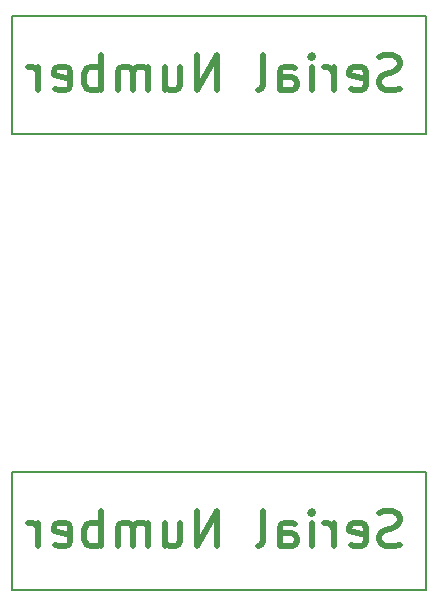
<source format=gbr>
G04 #@! TF.FileFunction,Legend,Bot*
%FSLAX46Y46*%
G04 Gerber Fmt 4.6, Leading zero omitted, Abs format (unit mm)*
G04 Created by KiCad (PCBNEW 4.0.6) date 09/30/17 10:47:32*
%MOMM*%
%LPD*%
G01*
G04 APERTURE LIST*
%ADD10C,0.100000*%
%ADD11C,0.200000*%
%ADD12C,0.500000*%
G04 APERTURE END LIST*
D10*
D11*
X126492000Y-130048000D02*
X161544000Y-130048000D01*
X161544000Y-130048000D02*
X161544000Y-120015000D01*
X161544000Y-120015000D02*
X126492000Y-120015000D01*
X126492000Y-120015000D02*
X126492000Y-130048000D01*
D12*
X159335429Y-126182286D02*
X158906858Y-126325143D01*
X158192572Y-126325143D01*
X157906858Y-126182286D01*
X157764001Y-126039429D01*
X157621144Y-125753714D01*
X157621144Y-125468000D01*
X157764001Y-125182286D01*
X157906858Y-125039429D01*
X158192572Y-124896571D01*
X158764001Y-124753714D01*
X159049715Y-124610857D01*
X159192572Y-124468000D01*
X159335429Y-124182286D01*
X159335429Y-123896571D01*
X159192572Y-123610857D01*
X159049715Y-123468000D01*
X158764001Y-123325143D01*
X158049715Y-123325143D01*
X157621144Y-123468000D01*
X155192572Y-126182286D02*
X155478286Y-126325143D01*
X156049715Y-126325143D01*
X156335429Y-126182286D01*
X156478286Y-125896571D01*
X156478286Y-124753714D01*
X156335429Y-124468000D01*
X156049715Y-124325143D01*
X155478286Y-124325143D01*
X155192572Y-124468000D01*
X155049715Y-124753714D01*
X155049715Y-125039429D01*
X156478286Y-125325143D01*
X153764000Y-126325143D02*
X153764000Y-124325143D01*
X153764000Y-124896571D02*
X153621143Y-124610857D01*
X153478286Y-124468000D01*
X153192572Y-124325143D01*
X152906857Y-124325143D01*
X151906857Y-126325143D02*
X151906857Y-124325143D01*
X151906857Y-123325143D02*
X152049714Y-123468000D01*
X151906857Y-123610857D01*
X151764000Y-123468000D01*
X151906857Y-123325143D01*
X151906857Y-123610857D01*
X149192572Y-126325143D02*
X149192572Y-124753714D01*
X149335429Y-124468000D01*
X149621143Y-124325143D01*
X150192572Y-124325143D01*
X150478286Y-124468000D01*
X149192572Y-126182286D02*
X149478286Y-126325143D01*
X150192572Y-126325143D01*
X150478286Y-126182286D01*
X150621143Y-125896571D01*
X150621143Y-125610857D01*
X150478286Y-125325143D01*
X150192572Y-125182286D01*
X149478286Y-125182286D01*
X149192572Y-125039429D01*
X147335429Y-126325143D02*
X147621143Y-126182286D01*
X147764000Y-125896571D01*
X147764000Y-123325143D01*
X143906857Y-126325143D02*
X143906857Y-123325143D01*
X142192572Y-126325143D01*
X142192572Y-123325143D01*
X139478286Y-124325143D02*
X139478286Y-126325143D01*
X140764000Y-124325143D02*
X140764000Y-125896571D01*
X140621143Y-126182286D01*
X140335429Y-126325143D01*
X139906857Y-126325143D01*
X139621143Y-126182286D01*
X139478286Y-126039429D01*
X138049714Y-126325143D02*
X138049714Y-124325143D01*
X138049714Y-124610857D02*
X137906857Y-124468000D01*
X137621143Y-124325143D01*
X137192571Y-124325143D01*
X136906857Y-124468000D01*
X136764000Y-124753714D01*
X136764000Y-126325143D01*
X136764000Y-124753714D02*
X136621143Y-124468000D01*
X136335429Y-124325143D01*
X135906857Y-124325143D01*
X135621143Y-124468000D01*
X135478286Y-124753714D01*
X135478286Y-126325143D01*
X134049714Y-126325143D02*
X134049714Y-123325143D01*
X134049714Y-124468000D02*
X133764000Y-124325143D01*
X133192571Y-124325143D01*
X132906857Y-124468000D01*
X132764000Y-124610857D01*
X132621143Y-124896571D01*
X132621143Y-125753714D01*
X132764000Y-126039429D01*
X132906857Y-126182286D01*
X133192571Y-126325143D01*
X133764000Y-126325143D01*
X134049714Y-126182286D01*
X130192571Y-126182286D02*
X130478285Y-126325143D01*
X131049714Y-126325143D01*
X131335428Y-126182286D01*
X131478285Y-125896571D01*
X131478285Y-124753714D01*
X131335428Y-124468000D01*
X131049714Y-124325143D01*
X130478285Y-124325143D01*
X130192571Y-124468000D01*
X130049714Y-124753714D01*
X130049714Y-125039429D01*
X131478285Y-125325143D01*
X128763999Y-126325143D02*
X128763999Y-124325143D01*
X128763999Y-124896571D02*
X128621142Y-124610857D01*
X128478285Y-124468000D01*
X128192571Y-124325143D01*
X127906856Y-124325143D01*
X159335429Y-87574286D02*
X158906858Y-87717143D01*
X158192572Y-87717143D01*
X157906858Y-87574286D01*
X157764001Y-87431429D01*
X157621144Y-87145714D01*
X157621144Y-86860000D01*
X157764001Y-86574286D01*
X157906858Y-86431429D01*
X158192572Y-86288571D01*
X158764001Y-86145714D01*
X159049715Y-86002857D01*
X159192572Y-85860000D01*
X159335429Y-85574286D01*
X159335429Y-85288571D01*
X159192572Y-85002857D01*
X159049715Y-84860000D01*
X158764001Y-84717143D01*
X158049715Y-84717143D01*
X157621144Y-84860000D01*
X155192572Y-87574286D02*
X155478286Y-87717143D01*
X156049715Y-87717143D01*
X156335429Y-87574286D01*
X156478286Y-87288571D01*
X156478286Y-86145714D01*
X156335429Y-85860000D01*
X156049715Y-85717143D01*
X155478286Y-85717143D01*
X155192572Y-85860000D01*
X155049715Y-86145714D01*
X155049715Y-86431429D01*
X156478286Y-86717143D01*
X153764000Y-87717143D02*
X153764000Y-85717143D01*
X153764000Y-86288571D02*
X153621143Y-86002857D01*
X153478286Y-85860000D01*
X153192572Y-85717143D01*
X152906857Y-85717143D01*
X151906857Y-87717143D02*
X151906857Y-85717143D01*
X151906857Y-84717143D02*
X152049714Y-84860000D01*
X151906857Y-85002857D01*
X151764000Y-84860000D01*
X151906857Y-84717143D01*
X151906857Y-85002857D01*
X149192572Y-87717143D02*
X149192572Y-86145714D01*
X149335429Y-85860000D01*
X149621143Y-85717143D01*
X150192572Y-85717143D01*
X150478286Y-85860000D01*
X149192572Y-87574286D02*
X149478286Y-87717143D01*
X150192572Y-87717143D01*
X150478286Y-87574286D01*
X150621143Y-87288571D01*
X150621143Y-87002857D01*
X150478286Y-86717143D01*
X150192572Y-86574286D01*
X149478286Y-86574286D01*
X149192572Y-86431429D01*
X147335429Y-87717143D02*
X147621143Y-87574286D01*
X147764000Y-87288571D01*
X147764000Y-84717143D01*
X143906857Y-87717143D02*
X143906857Y-84717143D01*
X142192572Y-87717143D01*
X142192572Y-84717143D01*
X139478286Y-85717143D02*
X139478286Y-87717143D01*
X140764000Y-85717143D02*
X140764000Y-87288571D01*
X140621143Y-87574286D01*
X140335429Y-87717143D01*
X139906857Y-87717143D01*
X139621143Y-87574286D01*
X139478286Y-87431429D01*
X138049714Y-87717143D02*
X138049714Y-85717143D01*
X138049714Y-86002857D02*
X137906857Y-85860000D01*
X137621143Y-85717143D01*
X137192571Y-85717143D01*
X136906857Y-85860000D01*
X136764000Y-86145714D01*
X136764000Y-87717143D01*
X136764000Y-86145714D02*
X136621143Y-85860000D01*
X136335429Y-85717143D01*
X135906857Y-85717143D01*
X135621143Y-85860000D01*
X135478286Y-86145714D01*
X135478286Y-87717143D01*
X134049714Y-87717143D02*
X134049714Y-84717143D01*
X134049714Y-85860000D02*
X133764000Y-85717143D01*
X133192571Y-85717143D01*
X132906857Y-85860000D01*
X132764000Y-86002857D01*
X132621143Y-86288571D01*
X132621143Y-87145714D01*
X132764000Y-87431429D01*
X132906857Y-87574286D01*
X133192571Y-87717143D01*
X133764000Y-87717143D01*
X134049714Y-87574286D01*
X130192571Y-87574286D02*
X130478285Y-87717143D01*
X131049714Y-87717143D01*
X131335428Y-87574286D01*
X131478285Y-87288571D01*
X131478285Y-86145714D01*
X131335428Y-85860000D01*
X131049714Y-85717143D01*
X130478285Y-85717143D01*
X130192571Y-85860000D01*
X130049714Y-86145714D01*
X130049714Y-86431429D01*
X131478285Y-86717143D01*
X128763999Y-87717143D02*
X128763999Y-85717143D01*
X128763999Y-86288571D02*
X128621142Y-86002857D01*
X128478285Y-85860000D01*
X128192571Y-85717143D01*
X127906856Y-85717143D01*
D11*
X126492000Y-81407000D02*
X126492000Y-91440000D01*
X161544000Y-81407000D02*
X126492000Y-81407000D01*
X161544000Y-91440000D02*
X161544000Y-81407000D01*
X126492000Y-91440000D02*
X161544000Y-91440000D01*
M02*

</source>
